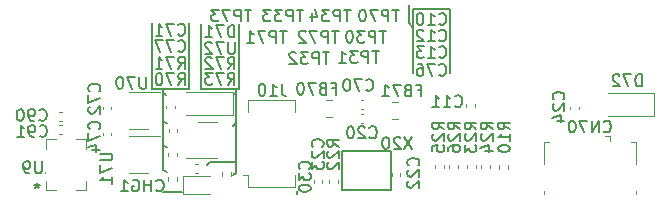
<source format=gbr>
%TF.GenerationSoftware,KiCad,Pcbnew,(6.0.0)*%
%TF.CreationDate,2022-04-23T18:16:10+01:00*%
%TF.ProjectId,pcb I,70636220-492e-46b6-9963-61645f706362,rev?*%
%TF.SameCoordinates,Original*%
%TF.FileFunction,Legend,Bot*%
%TF.FilePolarity,Positive*%
%FSLAX46Y46*%
G04 Gerber Fmt 4.6, Leading zero omitted, Abs format (unit mm)*
G04 Created by KiCad (PCBNEW (6.0.0)) date 2022-04-23 18:16:10*
%MOMM*%
%LPD*%
G01*
G04 APERTURE LIST*
%ADD10C,0.150000*%
%ADD11C,0.120000*%
%ADD12C,0.203200*%
G04 APERTURE END LIST*
D10*
X86900000Y-87100000D02*
X86900000Y-93900000D01*
X93000000Y-90000000D02*
X92800000Y-90200000D01*
X86900000Y-95800000D02*
X88500000Y-95800000D01*
X93000000Y-87400000D02*
X92900000Y-87500000D01*
X111200000Y-80300000D02*
X111200000Y-85700000D01*
X86900000Y-89900000D02*
X87200000Y-90000000D01*
X98200000Y-95700000D02*
X98200000Y-96000000D01*
X93000000Y-93300000D02*
X90800000Y-93300000D01*
X108000000Y-85700000D02*
X108000000Y-80300000D01*
X86900000Y-87400000D02*
X87100000Y-87600000D01*
X93000000Y-94200000D02*
X92800000Y-94400000D01*
X90800000Y-93300000D02*
X90600000Y-93500000D01*
X93300000Y-81550000D02*
X93300000Y-87050000D01*
X89100000Y-81500000D02*
X89100000Y-87100000D01*
X85900000Y-87100000D02*
X85900000Y-81500000D01*
X86900000Y-93900000D02*
X87200000Y-94100000D01*
X93000000Y-87100000D02*
X93000000Y-94200000D01*
X93300000Y-87050000D02*
X90100000Y-87050000D01*
X89100000Y-87100000D02*
X85900000Y-87100000D01*
X108000000Y-81900000D02*
X107700000Y-81500000D01*
X108000000Y-80300000D02*
X111200000Y-80300000D01*
X86900000Y-91900000D02*
X87200000Y-92000000D01*
X90100000Y-87050000D02*
X90100000Y-81550000D01*
X107700000Y-81500000D02*
X107700000Y-80000000D01*
%TO.C,TP71*%
X97338095Y-82152380D02*
X96766666Y-82152380D01*
X97052380Y-83152380D02*
X97052380Y-82152380D01*
X96433333Y-83152380D02*
X96433333Y-82152380D01*
X96052380Y-82152380D01*
X95957142Y-82200000D01*
X95909523Y-82247619D01*
X95861904Y-82342857D01*
X95861904Y-82485714D01*
X95909523Y-82580952D01*
X95957142Y-82628571D01*
X96052380Y-82676190D01*
X96433333Y-82676190D01*
X95528571Y-82152380D02*
X94861904Y-82152380D01*
X95290476Y-83152380D01*
X93957142Y-83152380D02*
X94528571Y-83152380D01*
X94242857Y-83152380D02*
X94242857Y-82152380D01*
X94338095Y-82295238D01*
X94433333Y-82390476D01*
X94528571Y-82438095D01*
%TO.C,TP32*%
X100938095Y-83952380D02*
X100366666Y-83952380D01*
X100652380Y-84952380D02*
X100652380Y-83952380D01*
X100033333Y-84952380D02*
X100033333Y-83952380D01*
X99652380Y-83952380D01*
X99557142Y-84000000D01*
X99509523Y-84047619D01*
X99461904Y-84142857D01*
X99461904Y-84285714D01*
X99509523Y-84380952D01*
X99557142Y-84428571D01*
X99652380Y-84476190D01*
X100033333Y-84476190D01*
X99128571Y-83952380D02*
X98509523Y-83952380D01*
X98842857Y-84333333D01*
X98700000Y-84333333D01*
X98604761Y-84380952D01*
X98557142Y-84428571D01*
X98509523Y-84523809D01*
X98509523Y-84761904D01*
X98557142Y-84857142D01*
X98604761Y-84904761D01*
X98700000Y-84952380D01*
X98985714Y-84952380D01*
X99080952Y-84904761D01*
X99128571Y-84857142D01*
X98128571Y-84047619D02*
X98080952Y-84000000D01*
X97985714Y-83952380D01*
X97747619Y-83952380D01*
X97652380Y-84000000D01*
X97604761Y-84047619D01*
X97557142Y-84142857D01*
X97557142Y-84238095D01*
X97604761Y-84380952D01*
X98176190Y-84952380D01*
X97557142Y-84952380D01*
%TO.C,TP30*%
X105738095Y-82152380D02*
X105166666Y-82152380D01*
X105452380Y-83152380D02*
X105452380Y-82152380D01*
X104833333Y-83152380D02*
X104833333Y-82152380D01*
X104452380Y-82152380D01*
X104357142Y-82200000D01*
X104309523Y-82247619D01*
X104261904Y-82342857D01*
X104261904Y-82485714D01*
X104309523Y-82580952D01*
X104357142Y-82628571D01*
X104452380Y-82676190D01*
X104833333Y-82676190D01*
X103928571Y-82152380D02*
X103309523Y-82152380D01*
X103642857Y-82533333D01*
X103500000Y-82533333D01*
X103404761Y-82580952D01*
X103357142Y-82628571D01*
X103309523Y-82723809D01*
X103309523Y-82961904D01*
X103357142Y-83057142D01*
X103404761Y-83104761D01*
X103500000Y-83152380D01*
X103785714Y-83152380D01*
X103880952Y-83104761D01*
X103928571Y-83057142D01*
X102690476Y-82152380D02*
X102595238Y-82152380D01*
X102500000Y-82200000D01*
X102452380Y-82247619D01*
X102404761Y-82342857D01*
X102357142Y-82533333D01*
X102357142Y-82771428D01*
X102404761Y-82961904D01*
X102452380Y-83057142D01*
X102500000Y-83104761D01*
X102595238Y-83152380D01*
X102690476Y-83152380D01*
X102785714Y-83104761D01*
X102833333Y-83057142D01*
X102880952Y-82961904D01*
X102928571Y-82771428D01*
X102928571Y-82533333D01*
X102880952Y-82342857D01*
X102833333Y-82247619D01*
X102785714Y-82200000D01*
X102690476Y-82152380D01*
%TO.C,C76*%
X110242857Y-85857142D02*
X110290476Y-85904761D01*
X110433333Y-85952380D01*
X110528571Y-85952380D01*
X110671428Y-85904761D01*
X110766666Y-85809523D01*
X110814285Y-85714285D01*
X110861904Y-85523809D01*
X110861904Y-85380952D01*
X110814285Y-85190476D01*
X110766666Y-85095238D01*
X110671428Y-85000000D01*
X110528571Y-84952380D01*
X110433333Y-84952380D01*
X110290476Y-85000000D01*
X110242857Y-85047619D01*
X109909523Y-84952380D02*
X109242857Y-84952380D01*
X109671428Y-85952380D01*
X108433333Y-84952380D02*
X108623809Y-84952380D01*
X108719047Y-85000000D01*
X108766666Y-85047619D01*
X108861904Y-85190476D01*
X108909523Y-85380952D01*
X108909523Y-85761904D01*
X108861904Y-85857142D01*
X108814285Y-85904761D01*
X108719047Y-85952380D01*
X108528571Y-85952380D01*
X108433333Y-85904761D01*
X108385714Y-85857142D01*
X108338095Y-85761904D01*
X108338095Y-85523809D01*
X108385714Y-85428571D01*
X108433333Y-85380952D01*
X108528571Y-85333333D01*
X108719047Y-85333333D01*
X108814285Y-85380952D01*
X108861904Y-85428571D01*
X108909523Y-85523809D01*
%TO.C,TP33*%
X98738095Y-80352380D02*
X98166666Y-80352380D01*
X98452380Y-81352380D02*
X98452380Y-80352380D01*
X97833333Y-81352380D02*
X97833333Y-80352380D01*
X97452380Y-80352380D01*
X97357142Y-80400000D01*
X97309523Y-80447619D01*
X97261904Y-80542857D01*
X97261904Y-80685714D01*
X97309523Y-80780952D01*
X97357142Y-80828571D01*
X97452380Y-80876190D01*
X97833333Y-80876190D01*
X96928571Y-80352380D02*
X96309523Y-80352380D01*
X96642857Y-80733333D01*
X96500000Y-80733333D01*
X96404761Y-80780952D01*
X96357142Y-80828571D01*
X96309523Y-80923809D01*
X96309523Y-81161904D01*
X96357142Y-81257142D01*
X96404761Y-81304761D01*
X96500000Y-81352380D01*
X96785714Y-81352380D01*
X96880952Y-81304761D01*
X96928571Y-81257142D01*
X95976190Y-80352380D02*
X95357142Y-80352380D01*
X95690476Y-80733333D01*
X95547619Y-80733333D01*
X95452380Y-80780952D01*
X95404761Y-80828571D01*
X95357142Y-80923809D01*
X95357142Y-81161904D01*
X95404761Y-81257142D01*
X95452380Y-81304761D01*
X95547619Y-81352380D01*
X95833333Y-81352380D01*
X95928571Y-81304761D01*
X95976190Y-81257142D01*
%TO.C,C13*%
X110242857Y-84357142D02*
X110290476Y-84404761D01*
X110433333Y-84452380D01*
X110528571Y-84452380D01*
X110671428Y-84404761D01*
X110766666Y-84309523D01*
X110814285Y-84214285D01*
X110861904Y-84023809D01*
X110861904Y-83880952D01*
X110814285Y-83690476D01*
X110766666Y-83595238D01*
X110671428Y-83500000D01*
X110528571Y-83452380D01*
X110433333Y-83452380D01*
X110290476Y-83500000D01*
X110242857Y-83547619D01*
X109290476Y-84452380D02*
X109861904Y-84452380D01*
X109576190Y-84452380D02*
X109576190Y-83452380D01*
X109671428Y-83595238D01*
X109766666Y-83690476D01*
X109861904Y-83738095D01*
X108957142Y-83452380D02*
X108338095Y-83452380D01*
X108671428Y-83833333D01*
X108528571Y-83833333D01*
X108433333Y-83880952D01*
X108385714Y-83928571D01*
X108338095Y-84023809D01*
X108338095Y-84261904D01*
X108385714Y-84357142D01*
X108433333Y-84404761D01*
X108528571Y-84452380D01*
X108814285Y-84452380D01*
X108909523Y-84404761D01*
X108957142Y-84357142D01*
%TO.C,TP34*%
X102738095Y-80352380D02*
X102166666Y-80352380D01*
X102452380Y-81352380D02*
X102452380Y-80352380D01*
X101833333Y-81352380D02*
X101833333Y-80352380D01*
X101452380Y-80352380D01*
X101357142Y-80400000D01*
X101309523Y-80447619D01*
X101261904Y-80542857D01*
X101261904Y-80685714D01*
X101309523Y-80780952D01*
X101357142Y-80828571D01*
X101452380Y-80876190D01*
X101833333Y-80876190D01*
X100928571Y-80352380D02*
X100309523Y-80352380D01*
X100642857Y-80733333D01*
X100500000Y-80733333D01*
X100404761Y-80780952D01*
X100357142Y-80828571D01*
X100309523Y-80923809D01*
X100309523Y-81161904D01*
X100357142Y-81257142D01*
X100404761Y-81304761D01*
X100500000Y-81352380D01*
X100785714Y-81352380D01*
X100880952Y-81304761D01*
X100928571Y-81257142D01*
X99452380Y-80685714D02*
X99452380Y-81352380D01*
X99690476Y-80304761D02*
X99928571Y-81019047D01*
X99309523Y-81019047D01*
%TO.C,TP70*%
X106838095Y-80352380D02*
X106266666Y-80352380D01*
X106552380Y-81352380D02*
X106552380Y-80352380D01*
X105933333Y-81352380D02*
X105933333Y-80352380D01*
X105552380Y-80352380D01*
X105457142Y-80400000D01*
X105409523Y-80447619D01*
X105361904Y-80542857D01*
X105361904Y-80685714D01*
X105409523Y-80780952D01*
X105457142Y-80828571D01*
X105552380Y-80876190D01*
X105933333Y-80876190D01*
X105028571Y-80352380D02*
X104361904Y-80352380D01*
X104790476Y-81352380D01*
X103790476Y-80352380D02*
X103695238Y-80352380D01*
X103600000Y-80400000D01*
X103552380Y-80447619D01*
X103504761Y-80542857D01*
X103457142Y-80733333D01*
X103457142Y-80971428D01*
X103504761Y-81161904D01*
X103552380Y-81257142D01*
X103600000Y-81304761D01*
X103695238Y-81352380D01*
X103790476Y-81352380D01*
X103885714Y-81304761D01*
X103933333Y-81257142D01*
X103980952Y-81161904D01*
X104028571Y-80971428D01*
X104028571Y-80733333D01*
X103980952Y-80542857D01*
X103933333Y-80447619D01*
X103885714Y-80400000D01*
X103790476Y-80352380D01*
%TO.C,TP31*%
X105138095Y-83852380D02*
X104566666Y-83852380D01*
X104852380Y-84852380D02*
X104852380Y-83852380D01*
X104233333Y-84852380D02*
X104233333Y-83852380D01*
X103852380Y-83852380D01*
X103757142Y-83900000D01*
X103709523Y-83947619D01*
X103661904Y-84042857D01*
X103661904Y-84185714D01*
X103709523Y-84280952D01*
X103757142Y-84328571D01*
X103852380Y-84376190D01*
X104233333Y-84376190D01*
X103328571Y-83852380D02*
X102709523Y-83852380D01*
X103042857Y-84233333D01*
X102900000Y-84233333D01*
X102804761Y-84280952D01*
X102757142Y-84328571D01*
X102709523Y-84423809D01*
X102709523Y-84661904D01*
X102757142Y-84757142D01*
X102804761Y-84804761D01*
X102900000Y-84852380D01*
X103185714Y-84852380D01*
X103280952Y-84804761D01*
X103328571Y-84757142D01*
X101757142Y-84852380D02*
X102328571Y-84852380D01*
X102042857Y-84852380D02*
X102042857Y-83852380D01*
X102138095Y-83995238D01*
X102233333Y-84090476D01*
X102328571Y-84138095D01*
%TO.C,C10*%
X110242857Y-81557142D02*
X110290476Y-81604761D01*
X110433333Y-81652380D01*
X110528571Y-81652380D01*
X110671428Y-81604761D01*
X110766666Y-81509523D01*
X110814285Y-81414285D01*
X110861904Y-81223809D01*
X110861904Y-81080952D01*
X110814285Y-80890476D01*
X110766666Y-80795238D01*
X110671428Y-80700000D01*
X110528571Y-80652380D01*
X110433333Y-80652380D01*
X110290476Y-80700000D01*
X110242857Y-80747619D01*
X109290476Y-81652380D02*
X109861904Y-81652380D01*
X109576190Y-81652380D02*
X109576190Y-80652380D01*
X109671428Y-80795238D01*
X109766666Y-80890476D01*
X109861904Y-80938095D01*
X108671428Y-80652380D02*
X108576190Y-80652380D01*
X108480952Y-80700000D01*
X108433333Y-80747619D01*
X108385714Y-80842857D01*
X108338095Y-81033333D01*
X108338095Y-81271428D01*
X108385714Y-81461904D01*
X108433333Y-81557142D01*
X108480952Y-81604761D01*
X108576190Y-81652380D01*
X108671428Y-81652380D01*
X108766666Y-81604761D01*
X108814285Y-81557142D01*
X108861904Y-81461904D01*
X108909523Y-81271428D01*
X108909523Y-81033333D01*
X108861904Y-80842857D01*
X108814285Y-80747619D01*
X108766666Y-80700000D01*
X108671428Y-80652380D01*
%TO.C,C30*%
X99257142Y-93857142D02*
X99304761Y-93809523D01*
X99352380Y-93666666D01*
X99352380Y-93571428D01*
X99304761Y-93428571D01*
X99209523Y-93333333D01*
X99114285Y-93285714D01*
X98923809Y-93238095D01*
X98780952Y-93238095D01*
X98590476Y-93285714D01*
X98495238Y-93333333D01*
X98400000Y-93428571D01*
X98352380Y-93571428D01*
X98352380Y-93666666D01*
X98400000Y-93809523D01*
X98447619Y-93857142D01*
X98352380Y-94190476D02*
X98352380Y-94809523D01*
X98733333Y-94476190D01*
X98733333Y-94619047D01*
X98780952Y-94714285D01*
X98828571Y-94761904D01*
X98923809Y-94809523D01*
X99161904Y-94809523D01*
X99257142Y-94761904D01*
X99304761Y-94714285D01*
X99352380Y-94619047D01*
X99352380Y-94333333D01*
X99304761Y-94238095D01*
X99257142Y-94190476D01*
X98352380Y-95428571D02*
X98352380Y-95523809D01*
X98400000Y-95619047D01*
X98447619Y-95666666D01*
X98542857Y-95714285D01*
X98733333Y-95761904D01*
X98971428Y-95761904D01*
X99161904Y-95714285D01*
X99257142Y-95666666D01*
X99304761Y-95619047D01*
X99352380Y-95523809D01*
X99352380Y-95428571D01*
X99304761Y-95333333D01*
X99257142Y-95285714D01*
X99161904Y-95238095D01*
X98971428Y-95190476D01*
X98733333Y-95190476D01*
X98542857Y-95238095D01*
X98447619Y-95285714D01*
X98400000Y-95333333D01*
X98352380Y-95428571D01*
%TO.C,TP73*%
X94338095Y-80352380D02*
X93766666Y-80352380D01*
X94052380Y-81352380D02*
X94052380Y-80352380D01*
X93433333Y-81352380D02*
X93433333Y-80352380D01*
X93052380Y-80352380D01*
X92957142Y-80400000D01*
X92909523Y-80447619D01*
X92861904Y-80542857D01*
X92861904Y-80685714D01*
X92909523Y-80780952D01*
X92957142Y-80828571D01*
X93052380Y-80876190D01*
X93433333Y-80876190D01*
X92528571Y-80352380D02*
X91861904Y-80352380D01*
X92290476Y-81352380D01*
X91576190Y-80352380D02*
X90957142Y-80352380D01*
X91290476Y-80733333D01*
X91147619Y-80733333D01*
X91052380Y-80780952D01*
X91004761Y-80828571D01*
X90957142Y-80923809D01*
X90957142Y-81161904D01*
X91004761Y-81257142D01*
X91052380Y-81304761D01*
X91147619Y-81352380D01*
X91433333Y-81352380D01*
X91528571Y-81304761D01*
X91576190Y-81257142D01*
%TO.C,C12*%
X110242857Y-82957142D02*
X110290476Y-83004761D01*
X110433333Y-83052380D01*
X110528571Y-83052380D01*
X110671428Y-83004761D01*
X110766666Y-82909523D01*
X110814285Y-82814285D01*
X110861904Y-82623809D01*
X110861904Y-82480952D01*
X110814285Y-82290476D01*
X110766666Y-82195238D01*
X110671428Y-82100000D01*
X110528571Y-82052380D01*
X110433333Y-82052380D01*
X110290476Y-82100000D01*
X110242857Y-82147619D01*
X109290476Y-83052380D02*
X109861904Y-83052380D01*
X109576190Y-83052380D02*
X109576190Y-82052380D01*
X109671428Y-82195238D01*
X109766666Y-82290476D01*
X109861904Y-82338095D01*
X108909523Y-82147619D02*
X108861904Y-82100000D01*
X108766666Y-82052380D01*
X108528571Y-82052380D01*
X108433333Y-82100000D01*
X108385714Y-82147619D01*
X108338095Y-82242857D01*
X108338095Y-82338095D01*
X108385714Y-82480952D01*
X108957142Y-83052380D01*
X108338095Y-83052380D01*
%TO.C,TP72*%
X101738095Y-82152380D02*
X101166666Y-82152380D01*
X101452380Y-83152380D02*
X101452380Y-82152380D01*
X100833333Y-83152380D02*
X100833333Y-82152380D01*
X100452380Y-82152380D01*
X100357142Y-82200000D01*
X100309523Y-82247619D01*
X100261904Y-82342857D01*
X100261904Y-82485714D01*
X100309523Y-82580952D01*
X100357142Y-82628571D01*
X100452380Y-82676190D01*
X100833333Y-82676190D01*
X99928571Y-82152380D02*
X99261904Y-82152380D01*
X99690476Y-83152380D01*
X98928571Y-82247619D02*
X98880952Y-82200000D01*
X98785714Y-82152380D01*
X98547619Y-82152380D01*
X98452380Y-82200000D01*
X98404761Y-82247619D01*
X98357142Y-82342857D01*
X98357142Y-82438095D01*
X98404761Y-82580952D01*
X98976190Y-83152380D01*
X98357142Y-83152380D01*
%TO.C,CHG1*%
X86290476Y-95657142D02*
X86338095Y-95704761D01*
X86480952Y-95752380D01*
X86576190Y-95752380D01*
X86719047Y-95704761D01*
X86814285Y-95609523D01*
X86861904Y-95514285D01*
X86909523Y-95323809D01*
X86909523Y-95180952D01*
X86861904Y-94990476D01*
X86814285Y-94895238D01*
X86719047Y-94800000D01*
X86576190Y-94752380D01*
X86480952Y-94752380D01*
X86338095Y-94800000D01*
X86290476Y-94847619D01*
X85861904Y-95752380D02*
X85861904Y-94752380D01*
X85861904Y-95228571D02*
X85290476Y-95228571D01*
X85290476Y-95752380D02*
X85290476Y-94752380D01*
X84290476Y-94800000D02*
X84385714Y-94752380D01*
X84528571Y-94752380D01*
X84671428Y-94800000D01*
X84766666Y-94895238D01*
X84814285Y-94990476D01*
X84861904Y-95180952D01*
X84861904Y-95323809D01*
X84814285Y-95514285D01*
X84766666Y-95609523D01*
X84671428Y-95704761D01*
X84528571Y-95752380D01*
X84433333Y-95752380D01*
X84290476Y-95704761D01*
X84242857Y-95657142D01*
X84242857Y-95323809D01*
X84433333Y-95323809D01*
X83290476Y-95752380D02*
X83861904Y-95752380D01*
X83576190Y-95752380D02*
X83576190Y-94752380D01*
X83671428Y-94895238D01*
X83766666Y-94990476D01*
X83861904Y-95038095D01*
%TO.C,FB70*%
X101209523Y-87028571D02*
X101542857Y-87028571D01*
X101542857Y-87552380D02*
X101542857Y-86552380D01*
X101066666Y-86552380D01*
X100352380Y-87028571D02*
X100209523Y-87076190D01*
X100161904Y-87123809D01*
X100114285Y-87219047D01*
X100114285Y-87361904D01*
X100161904Y-87457142D01*
X100209523Y-87504761D01*
X100304761Y-87552380D01*
X100685714Y-87552380D01*
X100685714Y-86552380D01*
X100352380Y-86552380D01*
X100257142Y-86600000D01*
X100209523Y-86647619D01*
X100161904Y-86742857D01*
X100161904Y-86838095D01*
X100209523Y-86933333D01*
X100257142Y-86980952D01*
X100352380Y-87028571D01*
X100685714Y-87028571D01*
X99780952Y-86552380D02*
X99114285Y-86552380D01*
X99542857Y-87552380D01*
X98542857Y-86552380D02*
X98447619Y-86552380D01*
X98352380Y-86600000D01*
X98304761Y-86647619D01*
X98257142Y-86742857D01*
X98209523Y-86933333D01*
X98209523Y-87171428D01*
X98257142Y-87361904D01*
X98304761Y-87457142D01*
X98352380Y-87504761D01*
X98447619Y-87552380D01*
X98542857Y-87552380D01*
X98638095Y-87504761D01*
X98685714Y-87457142D01*
X98733333Y-87361904D01*
X98780952Y-87171428D01*
X98780952Y-86933333D01*
X98733333Y-86742857D01*
X98685714Y-86647619D01*
X98638095Y-86600000D01*
X98542857Y-86552380D01*
%TO.C,X20*%
X107959642Y-91152380D02*
X107292976Y-92152380D01*
X107292976Y-91152380D02*
X107959642Y-92152380D01*
X106959642Y-91247619D02*
X106912023Y-91200000D01*
X106816785Y-91152380D01*
X106578690Y-91152380D01*
X106483452Y-91200000D01*
X106435833Y-91247619D01*
X106388214Y-91342857D01*
X106388214Y-91438095D01*
X106435833Y-91580952D01*
X107007261Y-92152380D01*
X106388214Y-92152380D01*
X105769166Y-91152380D02*
X105673928Y-91152380D01*
X105578690Y-91200000D01*
X105531071Y-91247619D01*
X105483452Y-91342857D01*
X105435833Y-91533333D01*
X105435833Y-91771428D01*
X105483452Y-91961904D01*
X105531071Y-92057142D01*
X105578690Y-92104761D01*
X105673928Y-92152380D01*
X105769166Y-92152380D01*
X105864404Y-92104761D01*
X105912023Y-92057142D01*
X105959642Y-91961904D01*
X106007261Y-91771428D01*
X106007261Y-91533333D01*
X105959642Y-91342857D01*
X105912023Y-91247619D01*
X105864404Y-91200000D01*
X105769166Y-91152380D01*
%TO.C,R25*%
X110672380Y-90507142D02*
X110196190Y-90173809D01*
X110672380Y-89935714D02*
X109672380Y-89935714D01*
X109672380Y-90316666D01*
X109720000Y-90411904D01*
X109767619Y-90459523D01*
X109862857Y-90507142D01*
X110005714Y-90507142D01*
X110100952Y-90459523D01*
X110148571Y-90411904D01*
X110196190Y-90316666D01*
X110196190Y-89935714D01*
X109767619Y-90888095D02*
X109720000Y-90935714D01*
X109672380Y-91030952D01*
X109672380Y-91269047D01*
X109720000Y-91364285D01*
X109767619Y-91411904D01*
X109862857Y-91459523D01*
X109958095Y-91459523D01*
X110100952Y-91411904D01*
X110672380Y-90840476D01*
X110672380Y-91459523D01*
X109672380Y-92364285D02*
X109672380Y-91888095D01*
X110148571Y-91840476D01*
X110100952Y-91888095D01*
X110053333Y-91983333D01*
X110053333Y-92221428D01*
X110100952Y-92316666D01*
X110148571Y-92364285D01*
X110243809Y-92411904D01*
X110481904Y-92411904D01*
X110577142Y-92364285D01*
X110624761Y-92316666D01*
X110672380Y-92221428D01*
X110672380Y-91983333D01*
X110624761Y-91888095D01*
X110577142Y-91840476D01*
%TO.C,C22*%
X108457142Y-93557142D02*
X108504761Y-93509523D01*
X108552380Y-93366666D01*
X108552380Y-93271428D01*
X108504761Y-93128571D01*
X108409523Y-93033333D01*
X108314285Y-92985714D01*
X108123809Y-92938095D01*
X107980952Y-92938095D01*
X107790476Y-92985714D01*
X107695238Y-93033333D01*
X107600000Y-93128571D01*
X107552380Y-93271428D01*
X107552380Y-93366666D01*
X107600000Y-93509523D01*
X107647619Y-93557142D01*
X107647619Y-93938095D02*
X107600000Y-93985714D01*
X107552380Y-94080952D01*
X107552380Y-94319047D01*
X107600000Y-94414285D01*
X107647619Y-94461904D01*
X107742857Y-94509523D01*
X107838095Y-94509523D01*
X107980952Y-94461904D01*
X108552380Y-93890476D01*
X108552380Y-94509523D01*
X107647619Y-94890476D02*
X107600000Y-94938095D01*
X107552380Y-95033333D01*
X107552380Y-95271428D01*
X107600000Y-95366666D01*
X107647619Y-95414285D01*
X107742857Y-95461904D01*
X107838095Y-95461904D01*
X107980952Y-95414285D01*
X108552380Y-94842857D01*
X108552380Y-95461904D01*
%TO.C,R26*%
X111992380Y-90497142D02*
X111516190Y-90163809D01*
X111992380Y-89925714D02*
X110992380Y-89925714D01*
X110992380Y-90306666D01*
X111040000Y-90401904D01*
X111087619Y-90449523D01*
X111182857Y-90497142D01*
X111325714Y-90497142D01*
X111420952Y-90449523D01*
X111468571Y-90401904D01*
X111516190Y-90306666D01*
X111516190Y-89925714D01*
X111087619Y-90878095D02*
X111040000Y-90925714D01*
X110992380Y-91020952D01*
X110992380Y-91259047D01*
X111040000Y-91354285D01*
X111087619Y-91401904D01*
X111182857Y-91449523D01*
X111278095Y-91449523D01*
X111420952Y-91401904D01*
X111992380Y-90830476D01*
X111992380Y-91449523D01*
X110992380Y-92306666D02*
X110992380Y-92116190D01*
X111040000Y-92020952D01*
X111087619Y-91973333D01*
X111230476Y-91878095D01*
X111420952Y-91830476D01*
X111801904Y-91830476D01*
X111897142Y-91878095D01*
X111944761Y-91925714D01*
X111992380Y-92020952D01*
X111992380Y-92211428D01*
X111944761Y-92306666D01*
X111897142Y-92354285D01*
X111801904Y-92401904D01*
X111563809Y-92401904D01*
X111468571Y-92354285D01*
X111420952Y-92306666D01*
X111373333Y-92211428D01*
X111373333Y-92020952D01*
X111420952Y-91925714D01*
X111468571Y-91878095D01*
X111563809Y-91830476D01*
%TO.C,R72*%
X92342857Y-85402380D02*
X92676190Y-84926190D01*
X92914285Y-85402380D02*
X92914285Y-84402380D01*
X92533333Y-84402380D01*
X92438095Y-84450000D01*
X92390476Y-84497619D01*
X92342857Y-84592857D01*
X92342857Y-84735714D01*
X92390476Y-84830952D01*
X92438095Y-84878571D01*
X92533333Y-84926190D01*
X92914285Y-84926190D01*
X92009523Y-84402380D02*
X91342857Y-84402380D01*
X91771428Y-85402380D01*
X91009523Y-84497619D02*
X90961904Y-84450000D01*
X90866666Y-84402380D01*
X90628571Y-84402380D01*
X90533333Y-84450000D01*
X90485714Y-84497619D01*
X90438095Y-84592857D01*
X90438095Y-84688095D01*
X90485714Y-84830952D01*
X91057142Y-85402380D01*
X90438095Y-85402380D01*
%TO.C,R70*%
X88142857Y-86752380D02*
X88476190Y-86276190D01*
X88714285Y-86752380D02*
X88714285Y-85752380D01*
X88333333Y-85752380D01*
X88238095Y-85800000D01*
X88190476Y-85847619D01*
X88142857Y-85942857D01*
X88142857Y-86085714D01*
X88190476Y-86180952D01*
X88238095Y-86228571D01*
X88333333Y-86276190D01*
X88714285Y-86276190D01*
X87809523Y-85752380D02*
X87142857Y-85752380D01*
X87571428Y-86752380D01*
X86571428Y-85752380D02*
X86476190Y-85752380D01*
X86380952Y-85800000D01*
X86333333Y-85847619D01*
X86285714Y-85942857D01*
X86238095Y-86133333D01*
X86238095Y-86371428D01*
X86285714Y-86561904D01*
X86333333Y-86657142D01*
X86380952Y-86704761D01*
X86476190Y-86752380D01*
X86571428Y-86752380D01*
X86666666Y-86704761D01*
X86714285Y-86657142D01*
X86761904Y-86561904D01*
X86809523Y-86371428D01*
X86809523Y-86133333D01*
X86761904Y-85942857D01*
X86714285Y-85847619D01*
X86666666Y-85800000D01*
X86571428Y-85752380D01*
%TO.C,C74*%
X81457142Y-90457142D02*
X81504761Y-90409523D01*
X81552380Y-90266666D01*
X81552380Y-90171428D01*
X81504761Y-90028571D01*
X81409523Y-89933333D01*
X81314285Y-89885714D01*
X81123809Y-89838095D01*
X80980952Y-89838095D01*
X80790476Y-89885714D01*
X80695238Y-89933333D01*
X80600000Y-90028571D01*
X80552380Y-90171428D01*
X80552380Y-90266666D01*
X80600000Y-90409523D01*
X80647619Y-90457142D01*
X80552380Y-90790476D02*
X80552380Y-91457142D01*
X81552380Y-91028571D01*
X80885714Y-92266666D02*
X81552380Y-92266666D01*
X80504761Y-92028571D02*
X81219047Y-91790476D01*
X81219047Y-92409523D01*
%TO.C,D71*%
X92914285Y-82702380D02*
X92914285Y-81702380D01*
X92676190Y-81702380D01*
X92533333Y-81750000D01*
X92438095Y-81845238D01*
X92390476Y-81940476D01*
X92342857Y-82130952D01*
X92342857Y-82273809D01*
X92390476Y-82464285D01*
X92438095Y-82559523D01*
X92533333Y-82654761D01*
X92676190Y-82702380D01*
X92914285Y-82702380D01*
X92009523Y-81702380D02*
X91342857Y-81702380D01*
X91771428Y-82702380D01*
X90438095Y-82702380D02*
X91009523Y-82702380D01*
X90723809Y-82702380D02*
X90723809Y-81702380D01*
X90819047Y-81845238D01*
X90914285Y-81940476D01*
X91009523Y-81988095D01*
%TO.C,CN70*%
X124166666Y-90657142D02*
X124214285Y-90704761D01*
X124357142Y-90752380D01*
X124452380Y-90752380D01*
X124595238Y-90704761D01*
X124690476Y-90609523D01*
X124738095Y-90514285D01*
X124785714Y-90323809D01*
X124785714Y-90180952D01*
X124738095Y-89990476D01*
X124690476Y-89895238D01*
X124595238Y-89800000D01*
X124452380Y-89752380D01*
X124357142Y-89752380D01*
X124214285Y-89800000D01*
X124166666Y-89847619D01*
X123738095Y-90752380D02*
X123738095Y-89752380D01*
X123166666Y-90752380D01*
X123166666Y-89752380D01*
X122785714Y-89752380D02*
X122119047Y-89752380D01*
X122547619Y-90752380D01*
X121547619Y-89752380D02*
X121452380Y-89752380D01*
X121357142Y-89800000D01*
X121309523Y-89847619D01*
X121261904Y-89942857D01*
X121214285Y-90133333D01*
X121214285Y-90371428D01*
X121261904Y-90561904D01*
X121309523Y-90657142D01*
X121357142Y-90704761D01*
X121452380Y-90752380D01*
X121547619Y-90752380D01*
X121642857Y-90704761D01*
X121690476Y-90657142D01*
X121738095Y-90561904D01*
X121785714Y-90371428D01*
X121785714Y-90133333D01*
X121738095Y-89942857D01*
X121690476Y-89847619D01*
X121642857Y-89800000D01*
X121547619Y-89752380D01*
%TO.C,R24*%
X114772380Y-90497142D02*
X114296190Y-90163809D01*
X114772380Y-89925714D02*
X113772380Y-89925714D01*
X113772380Y-90306666D01*
X113820000Y-90401904D01*
X113867619Y-90449523D01*
X113962857Y-90497142D01*
X114105714Y-90497142D01*
X114200952Y-90449523D01*
X114248571Y-90401904D01*
X114296190Y-90306666D01*
X114296190Y-89925714D01*
X113867619Y-90878095D02*
X113820000Y-90925714D01*
X113772380Y-91020952D01*
X113772380Y-91259047D01*
X113820000Y-91354285D01*
X113867619Y-91401904D01*
X113962857Y-91449523D01*
X114058095Y-91449523D01*
X114200952Y-91401904D01*
X114772380Y-90830476D01*
X114772380Y-91449523D01*
X114105714Y-92306666D02*
X114772380Y-92306666D01*
X113724761Y-92068571D02*
X114439047Y-91830476D01*
X114439047Y-92449523D01*
%TO.C,R73*%
X92342857Y-86702380D02*
X92676190Y-86226190D01*
X92914285Y-86702380D02*
X92914285Y-85702380D01*
X92533333Y-85702380D01*
X92438095Y-85750000D01*
X92390476Y-85797619D01*
X92342857Y-85892857D01*
X92342857Y-86035714D01*
X92390476Y-86130952D01*
X92438095Y-86178571D01*
X92533333Y-86226190D01*
X92914285Y-86226190D01*
X92009523Y-85702380D02*
X91342857Y-85702380D01*
X91771428Y-86702380D01*
X91057142Y-85702380D02*
X90438095Y-85702380D01*
X90771428Y-86083333D01*
X90628571Y-86083333D01*
X90533333Y-86130952D01*
X90485714Y-86178571D01*
X90438095Y-86273809D01*
X90438095Y-86511904D01*
X90485714Y-86607142D01*
X90533333Y-86654761D01*
X90628571Y-86702380D01*
X90914285Y-86702380D01*
X91009523Y-86654761D01*
X91057142Y-86607142D01*
%TO.C,FB71*%
X108409523Y-87178571D02*
X108742857Y-87178571D01*
X108742857Y-87702380D02*
X108742857Y-86702380D01*
X108266666Y-86702380D01*
X107552380Y-87178571D02*
X107409523Y-87226190D01*
X107361904Y-87273809D01*
X107314285Y-87369047D01*
X107314285Y-87511904D01*
X107361904Y-87607142D01*
X107409523Y-87654761D01*
X107504761Y-87702380D01*
X107885714Y-87702380D01*
X107885714Y-86702380D01*
X107552380Y-86702380D01*
X107457142Y-86750000D01*
X107409523Y-86797619D01*
X107361904Y-86892857D01*
X107361904Y-86988095D01*
X107409523Y-87083333D01*
X107457142Y-87130952D01*
X107552380Y-87178571D01*
X107885714Y-87178571D01*
X106980952Y-86702380D02*
X106314285Y-86702380D01*
X106742857Y-87702380D01*
X105409523Y-87702380D02*
X105980952Y-87702380D01*
X105695238Y-87702380D02*
X105695238Y-86702380D01*
X105790476Y-86845238D01*
X105885714Y-86940476D01*
X105980952Y-86988095D01*
%TO.C,C71*%
X88142857Y-82457142D02*
X88190476Y-82504761D01*
X88333333Y-82552380D01*
X88428571Y-82552380D01*
X88571428Y-82504761D01*
X88666666Y-82409523D01*
X88714285Y-82314285D01*
X88761904Y-82123809D01*
X88761904Y-81980952D01*
X88714285Y-81790476D01*
X88666666Y-81695238D01*
X88571428Y-81600000D01*
X88428571Y-81552380D01*
X88333333Y-81552380D01*
X88190476Y-81600000D01*
X88142857Y-81647619D01*
X87809523Y-81552380D02*
X87142857Y-81552380D01*
X87571428Y-82552380D01*
X86238095Y-82552380D02*
X86809523Y-82552380D01*
X86523809Y-82552380D02*
X86523809Y-81552380D01*
X86619047Y-81695238D01*
X86714285Y-81790476D01*
X86809523Y-81838095D01*
%TO.C,R23*%
X113402380Y-90497142D02*
X112926190Y-90163809D01*
X113402380Y-89925714D02*
X112402380Y-89925714D01*
X112402380Y-90306666D01*
X112450000Y-90401904D01*
X112497619Y-90449523D01*
X112592857Y-90497142D01*
X112735714Y-90497142D01*
X112830952Y-90449523D01*
X112878571Y-90401904D01*
X112926190Y-90306666D01*
X112926190Y-89925714D01*
X112497619Y-90878095D02*
X112450000Y-90925714D01*
X112402380Y-91020952D01*
X112402380Y-91259047D01*
X112450000Y-91354285D01*
X112497619Y-91401904D01*
X112592857Y-91449523D01*
X112688095Y-91449523D01*
X112830952Y-91401904D01*
X113402380Y-90830476D01*
X113402380Y-91449523D01*
X112402380Y-91782857D02*
X112402380Y-92401904D01*
X112783333Y-92068571D01*
X112783333Y-92211428D01*
X112830952Y-92306666D01*
X112878571Y-92354285D01*
X112973809Y-92401904D01*
X113211904Y-92401904D01*
X113307142Y-92354285D01*
X113354761Y-92306666D01*
X113402380Y-92211428D01*
X113402380Y-91925714D01*
X113354761Y-91830476D01*
X113307142Y-91782857D01*
%TO.C,U9*%
X76611904Y-93202380D02*
X76611904Y-94011904D01*
X76564285Y-94107142D01*
X76516666Y-94154761D01*
X76421428Y-94202380D01*
X76230952Y-94202380D01*
X76135714Y-94154761D01*
X76088095Y-94107142D01*
X76040476Y-94011904D01*
X76040476Y-93202380D01*
X75516666Y-94202380D02*
X75326190Y-94202380D01*
X75230952Y-94154761D01*
X75183333Y-94107142D01*
X75088095Y-93964285D01*
X75040476Y-93773809D01*
X75040476Y-93392857D01*
X75088095Y-93297619D01*
X75135714Y-93250000D01*
X75230952Y-93202380D01*
X75421428Y-93202380D01*
X75516666Y-93250000D01*
X75564285Y-93297619D01*
X75611904Y-93392857D01*
X75611904Y-93630952D01*
X75564285Y-93726190D01*
X75516666Y-93773809D01*
X75421428Y-93821428D01*
X75230952Y-93821428D01*
X75135714Y-93773809D01*
X75088095Y-93726190D01*
X75040476Y-93630952D01*
X76200000Y-95027380D02*
X76200000Y-95265476D01*
X76438095Y-95170238D02*
X76200000Y-95265476D01*
X75961904Y-95170238D01*
X76342857Y-95455952D02*
X76200000Y-95265476D01*
X76057142Y-95455952D01*
%TO.C,D72*%
X127414285Y-86852380D02*
X127414285Y-85852380D01*
X127176190Y-85852380D01*
X127033333Y-85900000D01*
X126938095Y-85995238D01*
X126890476Y-86090476D01*
X126842857Y-86280952D01*
X126842857Y-86423809D01*
X126890476Y-86614285D01*
X126938095Y-86709523D01*
X127033333Y-86804761D01*
X127176190Y-86852380D01*
X127414285Y-86852380D01*
X126509523Y-85852380D02*
X125842857Y-85852380D01*
X126271428Y-86852380D01*
X125509523Y-85947619D02*
X125461904Y-85900000D01*
X125366666Y-85852380D01*
X125128571Y-85852380D01*
X125033333Y-85900000D01*
X124985714Y-85947619D01*
X124938095Y-86042857D01*
X124938095Y-86138095D01*
X124985714Y-86280952D01*
X125557142Y-86852380D01*
X124938095Y-86852380D01*
%TO.C,C23*%
X100357142Y-91957142D02*
X100404761Y-91909523D01*
X100452380Y-91766666D01*
X100452380Y-91671428D01*
X100404761Y-91528571D01*
X100309523Y-91433333D01*
X100214285Y-91385714D01*
X100023809Y-91338095D01*
X99880952Y-91338095D01*
X99690476Y-91385714D01*
X99595238Y-91433333D01*
X99500000Y-91528571D01*
X99452380Y-91671428D01*
X99452380Y-91766666D01*
X99500000Y-91909523D01*
X99547619Y-91957142D01*
X99547619Y-92338095D02*
X99500000Y-92385714D01*
X99452380Y-92480952D01*
X99452380Y-92719047D01*
X99500000Y-92814285D01*
X99547619Y-92861904D01*
X99642857Y-92909523D01*
X99738095Y-92909523D01*
X99880952Y-92861904D01*
X100452380Y-92290476D01*
X100452380Y-92909523D01*
X99452380Y-93242857D02*
X99452380Y-93861904D01*
X99833333Y-93528571D01*
X99833333Y-93671428D01*
X99880952Y-93766666D01*
X99928571Y-93814285D01*
X100023809Y-93861904D01*
X100261904Y-93861904D01*
X100357142Y-93814285D01*
X100404761Y-93766666D01*
X100452380Y-93671428D01*
X100452380Y-93385714D01*
X100404761Y-93290476D01*
X100357142Y-93242857D01*
%TO.C,C90*%
X76392857Y-89682142D02*
X76440476Y-89729761D01*
X76583333Y-89777380D01*
X76678571Y-89777380D01*
X76821428Y-89729761D01*
X76916666Y-89634523D01*
X76964285Y-89539285D01*
X77011904Y-89348809D01*
X77011904Y-89205952D01*
X76964285Y-89015476D01*
X76916666Y-88920238D01*
X76821428Y-88825000D01*
X76678571Y-88777380D01*
X76583333Y-88777380D01*
X76440476Y-88825000D01*
X76392857Y-88872619D01*
X75916666Y-89777380D02*
X75726190Y-89777380D01*
X75630952Y-89729761D01*
X75583333Y-89682142D01*
X75488095Y-89539285D01*
X75440476Y-89348809D01*
X75440476Y-88967857D01*
X75488095Y-88872619D01*
X75535714Y-88825000D01*
X75630952Y-88777380D01*
X75821428Y-88777380D01*
X75916666Y-88825000D01*
X75964285Y-88872619D01*
X76011904Y-88967857D01*
X76011904Y-89205952D01*
X75964285Y-89301190D01*
X75916666Y-89348809D01*
X75821428Y-89396428D01*
X75630952Y-89396428D01*
X75535714Y-89348809D01*
X75488095Y-89301190D01*
X75440476Y-89205952D01*
X74821428Y-88777380D02*
X74726190Y-88777380D01*
X74630952Y-88825000D01*
X74583333Y-88872619D01*
X74535714Y-88967857D01*
X74488095Y-89158333D01*
X74488095Y-89396428D01*
X74535714Y-89586904D01*
X74583333Y-89682142D01*
X74630952Y-89729761D01*
X74726190Y-89777380D01*
X74821428Y-89777380D01*
X74916666Y-89729761D01*
X74964285Y-89682142D01*
X75011904Y-89586904D01*
X75059523Y-89396428D01*
X75059523Y-89158333D01*
X75011904Y-88967857D01*
X74964285Y-88872619D01*
X74916666Y-88825000D01*
X74821428Y-88777380D01*
%TO.C,U70*%
X85438095Y-86052380D02*
X85438095Y-86861904D01*
X85390476Y-86957142D01*
X85342857Y-87004761D01*
X85247619Y-87052380D01*
X85057142Y-87052380D01*
X84961904Y-87004761D01*
X84914285Y-86957142D01*
X84866666Y-86861904D01*
X84866666Y-86052380D01*
X84485714Y-86052380D02*
X83819047Y-86052380D01*
X84247619Y-87052380D01*
X83247619Y-86052380D02*
X83152380Y-86052380D01*
X83057142Y-86100000D01*
X83009523Y-86147619D01*
X82961904Y-86242857D01*
X82914285Y-86433333D01*
X82914285Y-86671428D01*
X82961904Y-86861904D01*
X83009523Y-86957142D01*
X83057142Y-87004761D01*
X83152380Y-87052380D01*
X83247619Y-87052380D01*
X83342857Y-87004761D01*
X83390476Y-86957142D01*
X83438095Y-86861904D01*
X83485714Y-86671428D01*
X83485714Y-86433333D01*
X83438095Y-86242857D01*
X83390476Y-86147619D01*
X83342857Y-86100000D01*
X83247619Y-86052380D01*
%TO.C,U72*%
X92938095Y-83102380D02*
X92938095Y-83911904D01*
X92890476Y-84007142D01*
X92842857Y-84054761D01*
X92747619Y-84102380D01*
X92557142Y-84102380D01*
X92461904Y-84054761D01*
X92414285Y-84007142D01*
X92366666Y-83911904D01*
X92366666Y-83102380D01*
X91985714Y-83102380D02*
X91319047Y-83102380D01*
X91747619Y-84102380D01*
X90985714Y-83197619D02*
X90938095Y-83150000D01*
X90842857Y-83102380D01*
X90604761Y-83102380D01*
X90509523Y-83150000D01*
X90461904Y-83197619D01*
X90414285Y-83292857D01*
X90414285Y-83388095D01*
X90461904Y-83530952D01*
X91033333Y-84102380D01*
X90414285Y-84102380D01*
%TO.C,C24*%
X120757142Y-87957142D02*
X120804761Y-87909523D01*
X120852380Y-87766666D01*
X120852380Y-87671428D01*
X120804761Y-87528571D01*
X120709523Y-87433333D01*
X120614285Y-87385714D01*
X120423809Y-87338095D01*
X120280952Y-87338095D01*
X120090476Y-87385714D01*
X119995238Y-87433333D01*
X119900000Y-87528571D01*
X119852380Y-87671428D01*
X119852380Y-87766666D01*
X119900000Y-87909523D01*
X119947619Y-87957142D01*
X119947619Y-88338095D02*
X119900000Y-88385714D01*
X119852380Y-88480952D01*
X119852380Y-88719047D01*
X119900000Y-88814285D01*
X119947619Y-88861904D01*
X120042857Y-88909523D01*
X120138095Y-88909523D01*
X120280952Y-88861904D01*
X120852380Y-88290476D01*
X120852380Y-88909523D01*
X120185714Y-89766666D02*
X120852380Y-89766666D01*
X119804761Y-89528571D02*
X120519047Y-89290476D01*
X120519047Y-89909523D01*
%TO.C,C11*%
X111582857Y-88517142D02*
X111630476Y-88564761D01*
X111773333Y-88612380D01*
X111868571Y-88612380D01*
X112011428Y-88564761D01*
X112106666Y-88469523D01*
X112154285Y-88374285D01*
X112201904Y-88183809D01*
X112201904Y-88040952D01*
X112154285Y-87850476D01*
X112106666Y-87755238D01*
X112011428Y-87660000D01*
X111868571Y-87612380D01*
X111773333Y-87612380D01*
X111630476Y-87660000D01*
X111582857Y-87707619D01*
X110630476Y-88612380D02*
X111201904Y-88612380D01*
X110916190Y-88612380D02*
X110916190Y-87612380D01*
X111011428Y-87755238D01*
X111106666Y-87850476D01*
X111201904Y-87898095D01*
X109678095Y-88612380D02*
X110249523Y-88612380D01*
X109963809Y-88612380D02*
X109963809Y-87612380D01*
X110059047Y-87755238D01*
X110154285Y-87850476D01*
X110249523Y-87898095D01*
%TO.C,R22*%
X101752380Y-91957142D02*
X101276190Y-91623809D01*
X101752380Y-91385714D02*
X100752380Y-91385714D01*
X100752380Y-91766666D01*
X100800000Y-91861904D01*
X100847619Y-91909523D01*
X100942857Y-91957142D01*
X101085714Y-91957142D01*
X101180952Y-91909523D01*
X101228571Y-91861904D01*
X101276190Y-91766666D01*
X101276190Y-91385714D01*
X100847619Y-92338095D02*
X100800000Y-92385714D01*
X100752380Y-92480952D01*
X100752380Y-92719047D01*
X100800000Y-92814285D01*
X100847619Y-92861904D01*
X100942857Y-92909523D01*
X101038095Y-92909523D01*
X101180952Y-92861904D01*
X101752380Y-92290476D01*
X101752380Y-92909523D01*
X100847619Y-93290476D02*
X100800000Y-93338095D01*
X100752380Y-93433333D01*
X100752380Y-93671428D01*
X100800000Y-93766666D01*
X100847619Y-93814285D01*
X100942857Y-93861904D01*
X101038095Y-93861904D01*
X101180952Y-93814285D01*
X101752380Y-93242857D01*
X101752380Y-93861904D01*
%TO.C,C77*%
X88142857Y-83857142D02*
X88190476Y-83904761D01*
X88333333Y-83952380D01*
X88428571Y-83952380D01*
X88571428Y-83904761D01*
X88666666Y-83809523D01*
X88714285Y-83714285D01*
X88761904Y-83523809D01*
X88761904Y-83380952D01*
X88714285Y-83190476D01*
X88666666Y-83095238D01*
X88571428Y-83000000D01*
X88428571Y-82952380D01*
X88333333Y-82952380D01*
X88190476Y-83000000D01*
X88142857Y-83047619D01*
X87809523Y-82952380D02*
X87142857Y-82952380D01*
X87571428Y-83952380D01*
X86857142Y-82952380D02*
X86190476Y-82952380D01*
X86619047Y-83952380D01*
%TO.C,U71*%
X81552380Y-92561904D02*
X82361904Y-92561904D01*
X82457142Y-92609523D01*
X82504761Y-92657142D01*
X82552380Y-92752380D01*
X82552380Y-92942857D01*
X82504761Y-93038095D01*
X82457142Y-93085714D01*
X82361904Y-93133333D01*
X81552380Y-93133333D01*
X81552380Y-93514285D02*
X81552380Y-94180952D01*
X82552380Y-93752380D01*
X82552380Y-95085714D02*
X82552380Y-94514285D01*
X82552380Y-94800000D02*
X81552380Y-94800000D01*
X81695238Y-94704761D01*
X81790476Y-94609523D01*
X81838095Y-94514285D01*
%TO.C,R71*%
X88142857Y-85352380D02*
X88476190Y-84876190D01*
X88714285Y-85352380D02*
X88714285Y-84352380D01*
X88333333Y-84352380D01*
X88238095Y-84400000D01*
X88190476Y-84447619D01*
X88142857Y-84542857D01*
X88142857Y-84685714D01*
X88190476Y-84780952D01*
X88238095Y-84828571D01*
X88333333Y-84876190D01*
X88714285Y-84876190D01*
X87809523Y-84352380D02*
X87142857Y-84352380D01*
X87571428Y-85352380D01*
X86238095Y-85352380D02*
X86809523Y-85352380D01*
X86523809Y-85352380D02*
X86523809Y-84352380D01*
X86619047Y-84495238D01*
X86714285Y-84590476D01*
X86809523Y-84638095D01*
%TO.C,C20*%
X104342857Y-91157142D02*
X104390476Y-91204761D01*
X104533333Y-91252380D01*
X104628571Y-91252380D01*
X104771428Y-91204761D01*
X104866666Y-91109523D01*
X104914285Y-91014285D01*
X104961904Y-90823809D01*
X104961904Y-90680952D01*
X104914285Y-90490476D01*
X104866666Y-90395238D01*
X104771428Y-90300000D01*
X104628571Y-90252380D01*
X104533333Y-90252380D01*
X104390476Y-90300000D01*
X104342857Y-90347619D01*
X103961904Y-90347619D02*
X103914285Y-90300000D01*
X103819047Y-90252380D01*
X103580952Y-90252380D01*
X103485714Y-90300000D01*
X103438095Y-90347619D01*
X103390476Y-90442857D01*
X103390476Y-90538095D01*
X103438095Y-90680952D01*
X104009523Y-91252380D01*
X103390476Y-91252380D01*
X102771428Y-90252380D02*
X102676190Y-90252380D01*
X102580952Y-90300000D01*
X102533333Y-90347619D01*
X102485714Y-90442857D01*
X102438095Y-90633333D01*
X102438095Y-90871428D01*
X102485714Y-91061904D01*
X102533333Y-91157142D01*
X102580952Y-91204761D01*
X102676190Y-91252380D01*
X102771428Y-91252380D01*
X102866666Y-91204761D01*
X102914285Y-91157142D01*
X102961904Y-91061904D01*
X103009523Y-90871428D01*
X103009523Y-90633333D01*
X102961904Y-90442857D01*
X102914285Y-90347619D01*
X102866666Y-90300000D01*
X102771428Y-90252380D01*
%TO.C,C91*%
X76417857Y-91032142D02*
X76465476Y-91079761D01*
X76608333Y-91127380D01*
X76703571Y-91127380D01*
X76846428Y-91079761D01*
X76941666Y-90984523D01*
X76989285Y-90889285D01*
X77036904Y-90698809D01*
X77036904Y-90555952D01*
X76989285Y-90365476D01*
X76941666Y-90270238D01*
X76846428Y-90175000D01*
X76703571Y-90127380D01*
X76608333Y-90127380D01*
X76465476Y-90175000D01*
X76417857Y-90222619D01*
X75941666Y-91127380D02*
X75751190Y-91127380D01*
X75655952Y-91079761D01*
X75608333Y-91032142D01*
X75513095Y-90889285D01*
X75465476Y-90698809D01*
X75465476Y-90317857D01*
X75513095Y-90222619D01*
X75560714Y-90175000D01*
X75655952Y-90127380D01*
X75846428Y-90127380D01*
X75941666Y-90175000D01*
X75989285Y-90222619D01*
X76036904Y-90317857D01*
X76036904Y-90555952D01*
X75989285Y-90651190D01*
X75941666Y-90698809D01*
X75846428Y-90746428D01*
X75655952Y-90746428D01*
X75560714Y-90698809D01*
X75513095Y-90651190D01*
X75465476Y-90555952D01*
X74513095Y-91127380D02*
X75084523Y-91127380D01*
X74798809Y-91127380D02*
X74798809Y-90127380D01*
X74894047Y-90270238D01*
X74989285Y-90365476D01*
X75084523Y-90413095D01*
%TO.C,J10*%
X96909523Y-86652380D02*
X96909523Y-87366666D01*
X96957142Y-87509523D01*
X97052380Y-87604761D01*
X97195238Y-87652380D01*
X97290476Y-87652380D01*
X95909523Y-87652380D02*
X96480952Y-87652380D01*
X96195238Y-87652380D02*
X96195238Y-86652380D01*
X96290476Y-86795238D01*
X96385714Y-86890476D01*
X96480952Y-86938095D01*
X95290476Y-86652380D02*
X95195238Y-86652380D01*
X95100000Y-86700000D01*
X95052380Y-86747619D01*
X95004761Y-86842857D01*
X94957142Y-87033333D01*
X94957142Y-87271428D01*
X95004761Y-87461904D01*
X95052380Y-87557142D01*
X95100000Y-87604761D01*
X95195238Y-87652380D01*
X95290476Y-87652380D01*
X95385714Y-87604761D01*
X95433333Y-87557142D01*
X95480952Y-87461904D01*
X95528571Y-87271428D01*
X95528571Y-87033333D01*
X95480952Y-86842857D01*
X95433333Y-86747619D01*
X95385714Y-86700000D01*
X95290476Y-86652380D01*
%TO.C,C72*%
X81457142Y-87257142D02*
X81504761Y-87209523D01*
X81552380Y-87066666D01*
X81552380Y-86971428D01*
X81504761Y-86828571D01*
X81409523Y-86733333D01*
X81314285Y-86685714D01*
X81123809Y-86638095D01*
X80980952Y-86638095D01*
X80790476Y-86685714D01*
X80695238Y-86733333D01*
X80600000Y-86828571D01*
X80552380Y-86971428D01*
X80552380Y-87066666D01*
X80600000Y-87209523D01*
X80647619Y-87257142D01*
X80552380Y-87590476D02*
X80552380Y-88257142D01*
X81552380Y-87828571D01*
X80647619Y-88590476D02*
X80600000Y-88638095D01*
X80552380Y-88733333D01*
X80552380Y-88971428D01*
X80600000Y-89066666D01*
X80647619Y-89114285D01*
X80742857Y-89161904D01*
X80838095Y-89161904D01*
X80980952Y-89114285D01*
X81552380Y-88542857D01*
X81552380Y-89161904D01*
%TO.C,C70*%
X104042857Y-87157142D02*
X104090476Y-87204761D01*
X104233333Y-87252380D01*
X104328571Y-87252380D01*
X104471428Y-87204761D01*
X104566666Y-87109523D01*
X104614285Y-87014285D01*
X104661904Y-86823809D01*
X104661904Y-86680952D01*
X104614285Y-86490476D01*
X104566666Y-86395238D01*
X104471428Y-86300000D01*
X104328571Y-86252380D01*
X104233333Y-86252380D01*
X104090476Y-86300000D01*
X104042857Y-86347619D01*
X103709523Y-86252380D02*
X103042857Y-86252380D01*
X103471428Y-87252380D01*
X102471428Y-86252380D02*
X102376190Y-86252380D01*
X102280952Y-86300000D01*
X102233333Y-86347619D01*
X102185714Y-86442857D01*
X102138095Y-86633333D01*
X102138095Y-86871428D01*
X102185714Y-87061904D01*
X102233333Y-87157142D01*
X102280952Y-87204761D01*
X102376190Y-87252380D01*
X102471428Y-87252380D01*
X102566666Y-87204761D01*
X102614285Y-87157142D01*
X102661904Y-87061904D01*
X102709523Y-86871428D01*
X102709523Y-86633333D01*
X102661904Y-86442857D01*
X102614285Y-86347619D01*
X102566666Y-86300000D01*
X102471428Y-86252380D01*
%TO.C,R10*%
X116242380Y-90507142D02*
X115766190Y-90173809D01*
X116242380Y-89935714D02*
X115242380Y-89935714D01*
X115242380Y-90316666D01*
X115290000Y-90411904D01*
X115337619Y-90459523D01*
X115432857Y-90507142D01*
X115575714Y-90507142D01*
X115670952Y-90459523D01*
X115718571Y-90411904D01*
X115766190Y-90316666D01*
X115766190Y-89935714D01*
X116242380Y-91459523D02*
X116242380Y-90888095D01*
X116242380Y-91173809D02*
X115242380Y-91173809D01*
X115385238Y-91078571D01*
X115480476Y-90983333D01*
X115528095Y-90888095D01*
X115242380Y-92078571D02*
X115242380Y-92173809D01*
X115290000Y-92269047D01*
X115337619Y-92316666D01*
X115432857Y-92364285D01*
X115623333Y-92411904D01*
X115861428Y-92411904D01*
X116051904Y-92364285D01*
X116147142Y-92316666D01*
X116194761Y-92269047D01*
X116242380Y-92173809D01*
X116242380Y-92078571D01*
X116194761Y-91983333D01*
X116147142Y-91935714D01*
X116051904Y-91888095D01*
X115861428Y-91840476D01*
X115623333Y-91840476D01*
X115432857Y-91888095D01*
X115337619Y-91935714D01*
X115290000Y-91983333D01*
X115242380Y-92078571D01*
D11*
%TO.C,CHG1*%
X88515000Y-95935000D02*
X88515000Y-94465000D01*
X90800000Y-95935000D02*
X88515000Y-95935000D01*
X88515000Y-94465000D02*
X90800000Y-94465000D01*
%TO.C,FB70*%
X100685436Y-89455000D02*
X101139564Y-89455000D01*
X100685436Y-87985000D02*
X101139564Y-87985000D01*
D12*
%TO.C,X20*%
X106150000Y-92350000D02*
X106150000Y-95650000D01*
X106150000Y-92350000D02*
X102050000Y-92350000D01*
X102050000Y-92350000D02*
X102050000Y-95650000D01*
X106150000Y-95650000D02*
X102050000Y-95650000D01*
D11*
%TO.C,R25*%
X110670000Y-93803641D02*
X110670000Y-93496359D01*
X109910000Y-93803641D02*
X109910000Y-93496359D01*
%TO.C,C22*%
X106240000Y-94407836D02*
X106240000Y-94192164D01*
X106960000Y-94407836D02*
X106960000Y-94192164D01*
%TO.C,R26*%
X111070000Y-93803641D02*
X111070000Y-93496359D01*
X111830000Y-93803641D02*
X111830000Y-93496359D01*
%TO.C,R72*%
X89546359Y-93420000D02*
X89853641Y-93420000D01*
X89546359Y-94180000D02*
X89853641Y-94180000D01*
%TO.C,R70*%
X87320000Y-94536359D02*
X87320000Y-94843641D01*
X88080000Y-94536359D02*
X88080000Y-94843641D01*
%TO.C,C74*%
X82460000Y-91007836D02*
X82460000Y-90792164D01*
X81740000Y-91007836D02*
X81740000Y-90792164D01*
%TO.C,D71*%
X92750000Y-87300000D02*
X88850000Y-87300000D01*
X92750000Y-89300000D02*
X88850000Y-89300000D01*
X92750000Y-87300000D02*
X92750000Y-89300000D01*
%TO.C,CN70*%
X119100000Y-91600000D02*
X119550000Y-91600000D01*
X126900000Y-93450000D02*
X126900000Y-91600000D01*
X126900000Y-96000000D02*
X126900000Y-95750000D01*
X119100000Y-96000000D02*
X119100000Y-95750000D01*
X119100000Y-93450000D02*
X119100000Y-91600000D01*
X126900000Y-91600000D02*
X126450000Y-91600000D01*
X124700000Y-91050000D02*
X124700000Y-91500000D01*
X124700000Y-91050000D02*
X124250000Y-91050000D01*
%TO.C,R24*%
X114530000Y-93803641D02*
X114530000Y-93496359D01*
X113770000Y-93803641D02*
X113770000Y-93496359D01*
%TO.C,R73*%
X91820000Y-94146359D02*
X91820000Y-94453641D01*
X92580000Y-94146359D02*
X92580000Y-94453641D01*
%TO.C,FB71*%
X106739564Y-88165000D02*
X106285436Y-88165000D01*
X106739564Y-89635000D02*
X106285436Y-89635000D01*
%TO.C,C71*%
X87140000Y-88492164D02*
X87140000Y-88707836D01*
X87860000Y-88492164D02*
X87860000Y-88707836D01*
%TO.C,R23*%
X112640000Y-93803641D02*
X112640000Y-93496359D01*
X113400000Y-93803641D02*
X113400000Y-93496359D01*
%TO.C,U9*%
X76989242Y-95671700D02*
X76989242Y-94845857D01*
X80342042Y-95671700D02*
X79512307Y-95671700D01*
X79512307Y-91328300D02*
X80342042Y-91328300D01*
X80342042Y-94845857D02*
X80342042Y-95671700D01*
X76989242Y-92154143D02*
X76989242Y-91328300D01*
X77818977Y-95671700D02*
X76989242Y-95671700D01*
X80342042Y-91328300D02*
X80342042Y-92154143D01*
X76989242Y-91328300D02*
X77818977Y-91328300D01*
X76929552Y-94099236D02*
G75*
G03*
X76929552Y-94253314I100964J-77039D01*
G01*
%TO.C,D72*%
X128450000Y-87400000D02*
X128450000Y-89400000D01*
X128450000Y-87400000D02*
X124550000Y-87400000D01*
X128450000Y-89400000D02*
X124550000Y-89400000D01*
%TO.C,C23*%
X99640000Y-94792164D02*
X99640000Y-95007836D01*
X100360000Y-94792164D02*
X100360000Y-95007836D01*
%TO.C,C90*%
X78057806Y-89040000D02*
X78273478Y-89040000D01*
X78057806Y-89760000D02*
X78273478Y-89760000D01*
%TO.C,U70*%
X84800000Y-87340000D02*
X84000000Y-87340000D01*
X84800000Y-90460000D02*
X85600000Y-90460000D01*
X84800000Y-87340000D02*
X86600000Y-87340000D01*
X84800000Y-90460000D02*
X84000000Y-90460000D01*
%TO.C,U72*%
X90600000Y-89840000D02*
X89800000Y-89840000D01*
X90600000Y-92960000D02*
X88800000Y-92960000D01*
X90600000Y-92960000D02*
X91400000Y-92960000D01*
X90600000Y-89840000D02*
X91400000Y-89840000D01*
%TO.C,C24*%
X121340000Y-88592164D02*
X121340000Y-88807836D01*
X122060000Y-88592164D02*
X122060000Y-88807836D01*
%TO.C,C11*%
X113260000Y-88607836D02*
X113260000Y-88392164D01*
X112540000Y-88607836D02*
X112540000Y-88392164D01*
%TO.C,R22*%
X100920000Y-95053641D02*
X100920000Y-94746359D01*
X101680000Y-95053641D02*
X101680000Y-94746359D01*
%TO.C,C77*%
X87340000Y-90707836D02*
X87340000Y-90492164D01*
X88060000Y-90707836D02*
X88060000Y-90492164D01*
%TO.C,U71*%
X84800000Y-94160000D02*
X85600000Y-94160000D01*
X84800000Y-91040000D02*
X86600000Y-91040000D01*
X84800000Y-94160000D02*
X84000000Y-94160000D01*
X84800000Y-91040000D02*
X84000000Y-91040000D01*
%TO.C,R71*%
X88080000Y-92476359D02*
X88080000Y-92783641D01*
X87320000Y-92476359D02*
X87320000Y-92783641D01*
%TO.C,C20*%
X103604664Y-88760000D02*
X103820336Y-88760000D01*
X103604664Y-88040000D02*
X103820336Y-88040000D01*
%TO.C,C91*%
X78057806Y-90860000D02*
X78273478Y-90860000D01*
X78057806Y-90140000D02*
X78273478Y-90140000D01*
%TO.C,J10*%
X98060000Y-95410000D02*
X98060000Y-94360000D01*
X93616667Y-94360000D02*
X94040000Y-94360000D01*
X98060000Y-87990000D02*
X98060000Y-89040000D01*
X94040000Y-94360000D02*
X94040000Y-95410000D01*
X94040000Y-89040000D02*
X94040000Y-87990000D01*
X94040000Y-87990000D02*
X98060000Y-87990000D01*
X94040000Y-95410000D02*
X98060000Y-95410000D01*
%TO.C,C72*%
X81740000Y-88592164D02*
X81740000Y-88807836D01*
X82460000Y-88592164D02*
X82460000Y-88807836D01*
%TO.C,C70*%
X103820336Y-89240000D02*
X103604664Y-89240000D01*
X103820336Y-89960000D02*
X103604664Y-89960000D01*
%TO.C,R10*%
X116110000Y-93516359D02*
X116110000Y-93823641D01*
X115350000Y-93516359D02*
X115350000Y-93823641D01*
%TD*%
M02*

</source>
